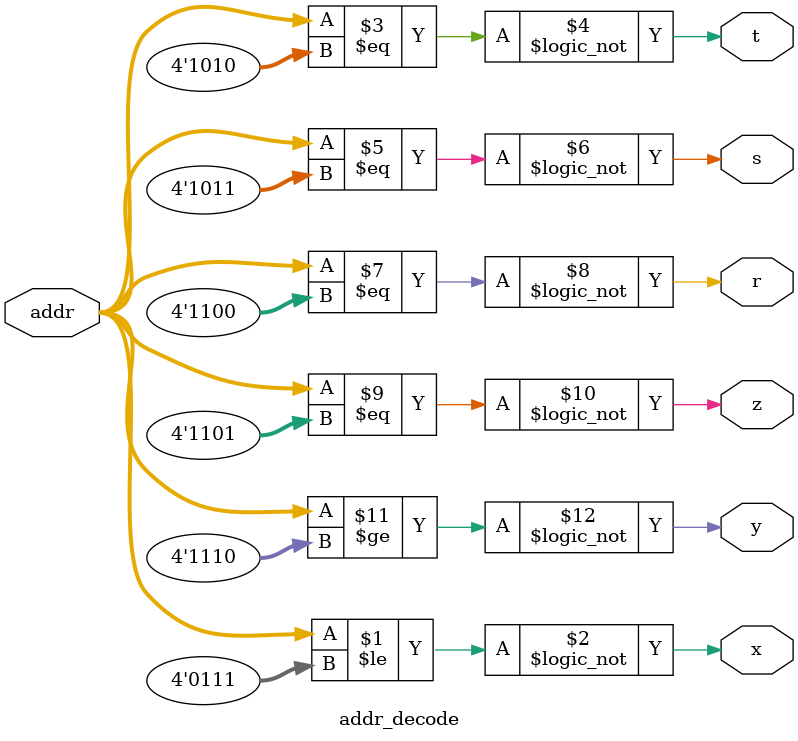
<source format=v>
module addr_decode(input  [3:0] addr,
		   output r, s, t, x, y, z);
	assign x = !(addr <= 4'b0111);	
	assign t = !(addr == 4'b1010);	
	assign s = !(addr == 4'b1011);	
	assign r = !(addr == 4'b1100);	
	assign z = !(addr == 4'b1101);	
	assign y = !(addr >= 4'b1110);	
endmodule
</source>
